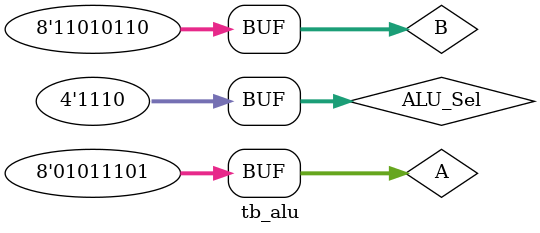
<source format=v>
`timescale 1ns/1ps

module alu(A,B,ALU_Sel,ALU_Result,flagCarry,flagZero,flagNeg,flagoverflow,flagparity);
    input signed [7:0] A,B;            
    input [3:0] ALU_Sel;

    output reg flagCarry=1'b0;
    output reg flagZero=1'b0;
    output reg flagNeg=1'b0;
    output reg flagparity=1'b0;
    output reg flagoverflow=1'b0;
    reg signed [15:0] Mul_result;
    output reg signed [7:0] ALU_Result;

   parameter [3:0] ADD         = 4'b0000;
   parameter [3:0] SUB         = 4'b0001;
   parameter [3:0] MUL         = 4'b0010;
   parameter [3:0] DIV         = 4'b0011;
   parameter [3:0] AND         = 4'b0100;
   parameter [3:0] OR          = 4'b0101;
   parameter [3:0] XOR         = 4'b0110;
   parameter [3:0] NAND        = 4'b0111;
   parameter [3:0] NOR         = 4'b1000;
   parameter [3:0] XNOR        = 4'b1001;
   parameter [3:0] SL          = 4'b1010;
   parameter [3:0] SR          = 4'b1011;
   parameter [3:0] RLwithCarry = 4'b1100;
   parameter [3:0] RRwithCarry = 4'b1101;
   parameter [3:0] COMP         = 4'b1110;
   reg signed [7:0] temp;

    always @(A,B,ALU_Sel)
        begin
            case(ALU_Sel)
            ADD: 
                begin
                    $display("ADD");	
                    temp = A + B;
                    if(A[7]==1 && B[7]==1 && temp[7]==0)
                        begin
                            flagoverflow=1'b1;
                            ALU_Result=temp-128;
                        end
                    else if(A[7]==0 && B[7]==0 && temp[7]==1)
                        begin
                            flagCarry=1'b1;
                            flagoverflow=1'b1;
                            ALU_Result=temp+128;
                        end
                    else
                        begin
                            flagoverflow=1'b0;
                            ALU_Result=temp;
                        end
                end
            SUB:
                begin
                    $display("SUB");
                    temp = A - B;
                    if(A[7]==1 && B[7]==0 && temp[7]==0)
                        begin
                            flagoverflow=1'b1;
                            ALU_Result=temp-128;
                        end
                    else if(A[7]==0 && B[7]==1 && temp[7]==1)
                        begin
                            flagCarry=1'b1;
                            flagoverflow=1'b1;
                            ALU_Result=temp+128;
                        end
                    else
                        begin
                            flagoverflow=1'b0;
                            ALU_Result=temp;
                        end
                end
            MUL:
                begin
                    $display("MUL");
                    ALU_Result = A * B;
                    Mul_result = A * B;
                    $display("MUL_result:%d",Mul_result);
                    //considering overflow if the result doesnot fit in 8 bits
                    if(Mul_result[15]|Mul_result[14]|Mul_result[13]|Mul_result[12]|Mul_result[11]|Mul_result[10]|Mul_result[9]|Mul_result[8]==1)
                        begin
                            flagCarry=1'b1;
                            flagoverflow=1'b1;
                        end
                    else
                        begin
                            flagCarry=1'b0;
                            flagoverflow=1'b0;
                        end
                end
            DIV:
                begin
                    $display("DIV");
                    {flagoverflow,ALU_Result}= A / B;
                    flagCarry=1'b0;
                end
            AND:
                begin
                    $display("AND");
                    ALU_Result = A & B;
                    flagCarry=1'b0;
                    flagoverflow=1'b0;
                end
            OR:
                begin
                    $display("OR");
                    ALU_Result = A | B;
                    flagCarry=1'b0;
                    flagoverflow=1'b0;
                end
            XOR:
                begin
                    $display("XOR");
                    ALU_Result = A ^ B;
                    flagCarry=1'b0;
                    flagoverflow=1'b0;
                end
            NAND:
                begin
                    $display("NAND");
                    ALU_Result = ~(A & B);
                    flagCarry=1'b0;
                    flagoverflow=1'b0;
                end
            NOR:
                begin
                    $display("NOR");
                    ALU_Result = ~(A | B);
                    flagCarry=1'b0;
                    flagoverflow=1'b0;
                end
            XNOR:
                begin
                    $display("XNOR");
                    ALU_Result = ~(A ^ B);
                    flagCarry=1'b0;
                    flagoverflow=1'b0;
                end
            SL:
                begin
                    $display("SL");
                    ALU_Result[0]=0;
                    ALU_Result[7:0]=A[6:0];
                    flagCarry=1'b0;
                    flagoverflow=1'b0;
                end
            SR:
                begin
                    $display("SR");
                    ALU_Result[7]=0;
                    ALU_Result[6:0]=A[7:1];
                    flagCarry=1'b0;
                    flagoverflow=1'b0;
                end
            RLwithCarry:
                begin
                    $display("RLwithCarry");
                    flagCarry=A[7];
                    ALU_Result[7:0]={A[6:0],flagCarry};
                    flagoverflow=1'b0;
                end 
            RRwithCarry:
                begin
                    $display("RRwithCarry");
                    flagCarry=A[0];
                    ALU_Result[7:0]={flagCarry,A[7:1]};
                    flagoverflow=1'b0;
                end
            COMP:
                begin
                    $display("COMP");
                    if(A==B)
                        begin
                            ALU_Result=1'b1;
                            flagCarry=1'b0;
                            flagoverflow=1'b0;
                        end
                    else
                        begin
                            ALU_Result=1'b0;
                            flagCarry=1'b0;
                            flagoverflow=1'b0;
                        end
                end
        endcase
        flagZero = (ALU_Result==0);
        flagNeg = (ALU_Result[7]==1);
        flagparity = (ALU_Result[0]^ALU_Result[1]^ALU_Result[2]^ALU_Result[3]^ALU_Result[4]^ALU_Result[5]^ALU_Result[6]^ALU_Result[7]);
    end
endmodule

module tb_alu;

 reg signed [7:0] A,B;
 reg [3:0] ALU_Sel;
 wire signed [7:0] ALU_Out;
 wire flagCarry;
 wire flagZero;
 wire flagNeg;
 wire flagparity;
 wire flagoverflow;
 
alu test_unit(A,B,ALU_Sel,ALU_Out,flagCarry,flagZero,flagNeg,flagoverflow,flagparity);
    initial begin
      #0    A = 8'b01011101; B = 8'b11010110; ALU_Sel = 4'b0000;
      #10   A = 8'b01011101; B = 8'b11010110; ALU_Sel = 4'b0001;
      #10   A = 8'b01011101; B = 8'b11010110; ALU_Sel = 4'b0010;
      #10   A = 8'b01011101; B = 8'b11010110; ALU_Sel = 4'b0011;
      #10   A = 8'b01011101; B = 8'b11010110; ALU_Sel = 4'b0100;
      #10   A = 8'b01011101; B = 8'b11010110; ALU_Sel = 4'b0101;
      #10   A = 8'b01011101; B = 8'b11010110; ALU_Sel = 4'b0110;
      #10   A = 8'b01011101; B = 8'b11010110; ALU_Sel = 4'b0111;
      #10   A = 8'b01011101; B = 8'b11010110; ALU_Sel = 4'b1000;
      #10   A = 8'b01011101; B = 8'b11010110; ALU_Sel = 4'b1001;
      #10   A = 8'b01011101; B = 8'b11010110; ALU_Sel = 4'b1010;
      #10   A = 8'b01011101; B = 8'b11010110; ALU_Sel = 4'b1011;
      #10   A = 8'b01011101; B = 8'b11010110; ALU_Sel = 4'b1100;
      #10   A = 8'b01011101; B = 8'b11010110; ALU_Sel = 4'b1101;
      #10   A = 8'b01011101; B = 8'b11010110; ALU_Sel = 4'b1110;
    end

    initial begin
        $monitor("a=%d b=%d ALU_Sel=%b ALU_Out=%d ALU_Out=%b flagCarry=%b flagOverflow=%b flagZero=%b flagNeg=%b flagParity=%b"
        ,A,B,ALU_Sel,ALU_Out,ALU_Out,flagCarry,flagoverflow,flagZero,flagNeg,flagparity);
        $dumpfile("ALU.vcd");
		$dumpvars(0,tb_alu);
    end
endmodule
</source>
